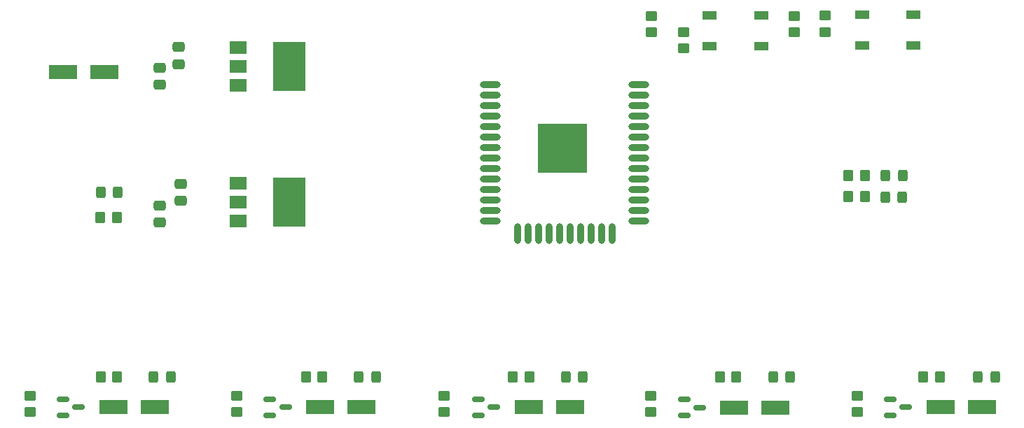
<source format=gbr>
%TF.GenerationSoftware,KiCad,Pcbnew,(6.0.5)*%
%TF.CreationDate,2022-06-14T15:57:39+02:00*%
%TF.ProjectId,SmartWatering,536d6172-7457-4617-9465-72696e672e6b,rev?*%
%TF.SameCoordinates,Original*%
%TF.FileFunction,Paste,Top*%
%TF.FilePolarity,Positive*%
%FSLAX46Y46*%
G04 Gerber Fmt 4.6, Leading zero omitted, Abs format (unit mm)*
G04 Created by KiCad (PCBNEW (6.0.5)) date 2022-06-14 15:57:39*
%MOMM*%
%LPD*%
G01*
G04 APERTURE LIST*
G04 Aperture macros list*
%AMRoundRect*
0 Rectangle with rounded corners*
0 $1 Rounding radius*
0 $2 $3 $4 $5 $6 $7 $8 $9 X,Y pos of 4 corners*
0 Add a 4 corners polygon primitive as box body*
4,1,4,$2,$3,$4,$5,$6,$7,$8,$9,$2,$3,0*
0 Add four circle primitives for the rounded corners*
1,1,$1+$1,$2,$3*
1,1,$1+$1,$4,$5*
1,1,$1+$1,$6,$7*
1,1,$1+$1,$8,$9*
0 Add four rect primitives between the rounded corners*
20,1,$1+$1,$2,$3,$4,$5,0*
20,1,$1+$1,$4,$5,$6,$7,0*
20,1,$1+$1,$6,$7,$8,$9,0*
20,1,$1+$1,$8,$9,$2,$3,0*%
G04 Aperture macros list end*
%ADD10R,2.000000X1.500000*%
%ADD11R,4.000000X6.000000*%
%ADD12RoundRect,0.250000X-0.350000X-0.450000X0.350000X-0.450000X0.350000X0.450000X-0.350000X0.450000X0*%
%ADD13RoundRect,0.250000X0.325000X0.450000X-0.325000X0.450000X-0.325000X-0.450000X0.325000X-0.450000X0*%
%ADD14RoundRect,0.150000X-0.587500X-0.150000X0.587500X-0.150000X0.587500X0.150000X-0.587500X0.150000X0*%
%ADD15R,3.500000X1.800000*%
%ADD16RoundRect,0.250000X-0.450000X0.350000X-0.450000X-0.350000X0.450000X-0.350000X0.450000X0.350000X0*%
%ADD17RoundRect,0.250000X0.450000X-0.350000X0.450000X0.350000X-0.450000X0.350000X-0.450000X-0.350000X0*%
%ADD18RoundRect,0.250000X0.475000X-0.337500X0.475000X0.337500X-0.475000X0.337500X-0.475000X-0.337500X0*%
%ADD19R,1.800000X1.100000*%
%ADD20RoundRect,0.250000X0.350000X0.450000X-0.350000X0.450000X-0.350000X-0.450000X0.350000X-0.450000X0*%
%ADD21O,2.500000X0.900000*%
%ADD22O,0.900000X2.500000*%
%ADD23R,6.000000X6.000000*%
%ADD24RoundRect,0.250000X-0.475000X0.337500X-0.475000X-0.337500X0.475000X-0.337500X0.475000X0.337500X0*%
G04 APERTURE END LIST*
D10*
%TO.C,U2*%
X58428900Y-29501200D03*
X58428900Y-31801200D03*
D11*
X64578900Y-31801200D03*
D10*
X58428900Y-34101200D03*
%TD*%
%TO.C,U3*%
X58428900Y-45925000D03*
X58428900Y-48225000D03*
D11*
X64578900Y-48225000D03*
D10*
X58428900Y-50525000D03*
%TD*%
D12*
%TO.C,R11*%
X41757500Y-69360000D03*
X43757500Y-69360000D03*
%TD*%
D13*
%TO.C,D9*%
X75036668Y-69360000D03*
X72986668Y-69360000D03*
%TD*%
D14*
%TO.C,Q3*%
X87402500Y-72120000D03*
X87402500Y-74020000D03*
X89277500Y-73070000D03*
%TD*%
D13*
%TO.C,D8*%
X50224168Y-69360000D03*
X48174168Y-69360000D03*
%TD*%
D14*
%TO.C,Q4*%
X112312500Y-72140000D03*
X112312500Y-74040000D03*
X114187500Y-73090000D03*
%TD*%
D15*
%TO.C,D2*%
X73290000Y-73070000D03*
X68290000Y-73070000D03*
%TD*%
D14*
%TO.C,Q5*%
X137232500Y-72120000D03*
X137232500Y-74020000D03*
X139107500Y-73070000D03*
%TD*%
D15*
%TO.C,D5*%
X148330000Y-73070000D03*
X143330000Y-73070000D03*
%TD*%
D16*
%TO.C,R9*%
X108250000Y-71660000D03*
X108250000Y-73660000D03*
%TD*%
D17*
%TO.C,R1*%
X108380000Y-27680000D03*
X108380000Y-25680000D03*
%TD*%
D18*
%TO.C,C4*%
X48900000Y-50707500D03*
X48900000Y-48632500D03*
%TD*%
D17*
%TO.C,R3*%
X129330000Y-27640000D03*
X129330000Y-25640000D03*
%TD*%
D18*
%TO.C,C3*%
X48917300Y-34040000D03*
X48917300Y-31965000D03*
%TD*%
D17*
%TO.C,R2*%
X112250000Y-29640000D03*
X112250000Y-27640000D03*
%TD*%
D19*
%TO.C,S2*%
X133790000Y-25540000D03*
X139990000Y-25540000D03*
X139990000Y-29240000D03*
X133790000Y-29240000D03*
%TD*%
%TO.C,S1*%
X121600000Y-25650000D03*
X115400000Y-25650000D03*
X121600000Y-29350000D03*
X115400000Y-29350000D03*
%TD*%
D18*
%TO.C,C5*%
X51460000Y-48077500D03*
X51460000Y-46002500D03*
%TD*%
D15*
%TO.C,D4*%
X123330000Y-73090000D03*
X118330000Y-73090000D03*
%TD*%
%TO.C,D6*%
X37188900Y-32506200D03*
X42188900Y-32506200D03*
%TD*%
D20*
%TO.C,R5*%
X43728900Y-50101200D03*
X41728900Y-50101200D03*
%TD*%
D12*
%TO.C,R15*%
X141200826Y-69360000D03*
X143200826Y-69360000D03*
%TD*%
D13*
%TO.C,D14*%
X138695000Y-45050000D03*
X136645000Y-45050000D03*
%TD*%
D21*
%TO.C,U1*%
X88860000Y-34000000D03*
X88860000Y-35270000D03*
X88860000Y-36540000D03*
X88860000Y-37810000D03*
X88860000Y-39080000D03*
X88860000Y-40350000D03*
X88860000Y-41620000D03*
X88860000Y-42890000D03*
X88860000Y-44160000D03*
X88860000Y-45430000D03*
X88860000Y-46700000D03*
X88860000Y-47970000D03*
X88860000Y-49240000D03*
X88860000Y-50510000D03*
D22*
X92145000Y-52000000D03*
X93415000Y-52000000D03*
X94685000Y-52000000D03*
X95955000Y-52000000D03*
X97225000Y-52000000D03*
X98495000Y-52000000D03*
X99765000Y-52000000D03*
X101035000Y-52000000D03*
X102305000Y-52000000D03*
X103575000Y-52000000D03*
D21*
X106860000Y-50510000D03*
X106860000Y-49240000D03*
X106860000Y-47970000D03*
X106860000Y-46700000D03*
X106860000Y-45430000D03*
X106860000Y-44160000D03*
X106860000Y-42890000D03*
X106860000Y-41620000D03*
X106860000Y-40350000D03*
X106860000Y-39080000D03*
X106860000Y-37810000D03*
X106860000Y-36540000D03*
X106860000Y-35270000D03*
X106860000Y-34000000D03*
D23*
X97560000Y-41700000D03*
%TD*%
D16*
%TO.C,R10*%
X133250000Y-71660000D03*
X133250000Y-73660000D03*
%TD*%
D13*
%TO.C,D12*%
X149882500Y-69360000D03*
X147832500Y-69360000D03*
%TD*%
D12*
%TO.C,R14*%
X116620000Y-69360000D03*
X118620000Y-69360000D03*
%TD*%
D16*
%TO.C,R7*%
X58250000Y-71660000D03*
X58250000Y-73660000D03*
%TD*%
D14*
%TO.C,Q1*%
X37232500Y-72120000D03*
X37232500Y-74020000D03*
X39107500Y-73070000D03*
%TD*%
D15*
%TO.C,D1*%
X48330000Y-73070000D03*
X43330000Y-73070000D03*
%TD*%
D12*
%TO.C,R16*%
X132150000Y-47550000D03*
X134150000Y-47550000D03*
%TD*%
D15*
%TO.C,D3*%
X98500000Y-73070000D03*
X93500000Y-73070000D03*
%TD*%
D16*
%TO.C,R4*%
X125600000Y-25670000D03*
X125600000Y-27670000D03*
%TD*%
D13*
%TO.C,D10*%
X100056668Y-69360000D03*
X98006668Y-69360000D03*
%TD*%
%TO.C,D7*%
X43823900Y-47041200D03*
X41773900Y-47041200D03*
%TD*%
%TO.C,D11*%
X125086668Y-69360000D03*
X123036668Y-69360000D03*
%TD*%
D24*
%TO.C,C2*%
X51188900Y-29431200D03*
X51188900Y-31506200D03*
%TD*%
D16*
%TO.C,R6*%
X33250000Y-71660000D03*
X33250000Y-73660000D03*
%TD*%
%TO.C,R8*%
X83250000Y-71660000D03*
X83250000Y-73660000D03*
%TD*%
D13*
%TO.C,D13*%
X138667500Y-47600000D03*
X136617500Y-47600000D03*
%TD*%
D12*
%TO.C,R12*%
X66570000Y-69360000D03*
X68570000Y-69360000D03*
%TD*%
%TO.C,R17*%
X132170000Y-44980000D03*
X134170000Y-44980000D03*
%TD*%
D14*
%TO.C,Q2*%
X62232500Y-72120000D03*
X62232500Y-74020000D03*
X64107500Y-73070000D03*
%TD*%
D12*
%TO.C,R13*%
X91590000Y-69360000D03*
X93590000Y-69360000D03*
%TD*%
M02*

</source>
